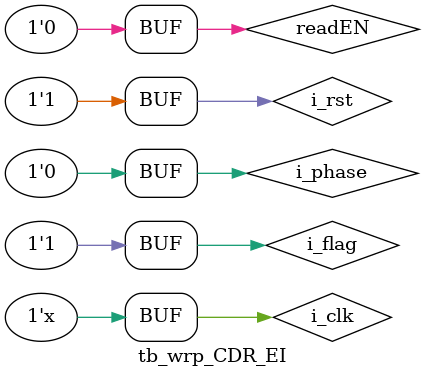
<source format=sv>
`timescale 1ns / 1ps

module tb_wrp_CDR_EI();

parameter DATA_WIDTH =  4      ;
parameter ADDR_WIDTH =  2      ;
parameter CLK_PERIOD = 20      ;


// Enumeration
logic   i_phase;
logic	expected;
logic   i_rst;
logic 	i_flag;
logic   readEN ;
logic 	i_clk = 1'b0;

// ------clock generation code begin------
`define PERIOD 10 //periode de 20ns => 50MHz
`define DELAY 500


always #(`PERIOD) i_clk = ~i_clk ;

// ------clock generation code end------

//INSTANCE WRAPPER CDR + EI
wrapper_CDR_EI u_wrp_CDR_EI (
	.i_clk		(i_clk		),
	.i_rst		(i_rst		),
	.i_phase	(i_phase	),
	.i_flag		(i_flag		),
	.inReadEnable	(readEN		),
	.outWriteCount	(		),   
    	.outReadCount	(		),
    	.outReadError	(		),
    	.outWriteError	(		),
    	.outFull	(		),
    	.outEmpty	(		),
    	.outAlmostEmpty	(		),
    	.outAlmostFull	(		),
    	.outDone	(		),  	
    	.outData	(		)	// CPU
);


//Apply Stimulus
initial begin

	i_flag = 1'b0;
	i_rst = 1'b0;
	i_phase = 1'b0;
	readEN = 1'b0;
	#20  i_rst = 1'b1;

	//#500 i_phase = 1'b0;
	#2000

	//1
	/////////////// 4 PREMIER BITS /////////////	
	for(int j = 0 ; j < 4 ; j++) begin
		i_flag = 1'b1;
		for(int i = 0 ; i < 5 ; i++) begin
			#20 i_flag = 1'b0;
			#80 i_flag = 1'b1;
		end
		i_phase = 1'b1; //0111 4+2+1 = 7
	end

	/////////////// 2 PROCHAINS BITS /////////////
	for(int j = 0 ; j < 2 ; j++) begin
		i_flag = 1'b1;
		for(int i = 0 ; i < 5 ; i++) begin
			#20 i_flag = 1'b0;
			#80 i_flag = 1'b1;
		end
		i_phase = 1'b1; //11
	end

	/////////////// 2 PROCHAINS BITS /////////////
	for(int j = 0 ; j < 2 ; j++) begin
		i_flag = 1'b1;
		for(int i = 0 ; i < 5 ; i++) begin
			#20 i_flag = 1'b0;
			#80 i_flag = 1'b1;
		end
		i_phase = 1'b0; //01
	end


	////////////////// ATTENTE /////////////////
	for(int i = 0; i < 50; i++) begin
			#CLK_PERIOD ;	
	end


	////////////////// READ ////////////////////
	for(int j = 0 ; j < 8 ; j++) begin
		for(int i = 0; i < 20; i++) begin
			#CLK_PERIOD ;	
		end
		readEN = 1'b1 ;          
		#CLK_PERIOD readEN = 1'b0 ;
	end


end


endmodule

</source>
